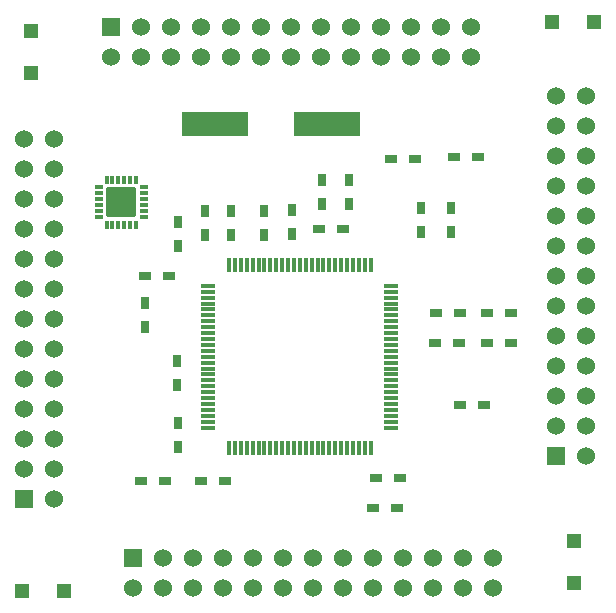
<source format=gtl>
G04*
G04 #@! TF.GenerationSoftware,Altium Limited,Altium Designer,22.7.1 (60)*
G04*
G04 Layer_Physical_Order=1*
G04 Layer_Color=255*
%FSLAX25Y25*%
%MOIN*%
G70*
G04*
G04 #@! TF.SameCoordinates,BF298F06-0039-4E40-975A-608DE0A09416*
G04*
G04*
G04 #@! TF.FilePolarity,Positive*
G04*
G01*
G75*
%ADD26R,0.22000X0.08300*%
%ADD27R,0.04724X0.01181*%
%ADD28R,0.01181X0.04724*%
G04:AMPARAMS|DCode=29|XSize=27.17mil|YSize=11.02mil|CornerRadius=1.38mil|HoleSize=0mil|Usage=FLASHONLY|Rotation=90.000|XOffset=0mil|YOffset=0mil|HoleType=Round|Shape=RoundedRectangle|*
%AMROUNDEDRECTD29*
21,1,0.02717,0.00827,0,0,90.0*
21,1,0.02441,0.01102,0,0,90.0*
1,1,0.00276,0.00413,0.01221*
1,1,0.00276,0.00413,-0.01221*
1,1,0.00276,-0.00413,-0.01221*
1,1,0.00276,-0.00413,0.01221*
%
%ADD29ROUNDEDRECTD29*%
G04:AMPARAMS|DCode=30|XSize=27.17mil|YSize=11.02mil|CornerRadius=1.38mil|HoleSize=0mil|Usage=FLASHONLY|Rotation=180.000|XOffset=0mil|YOffset=0mil|HoleType=Round|Shape=RoundedRectangle|*
%AMROUNDEDRECTD30*
21,1,0.02717,0.00827,0,0,180.0*
21,1,0.02441,0.01102,0,0,180.0*
1,1,0.00276,-0.01221,0.00413*
1,1,0.00276,0.01221,0.00413*
1,1,0.00276,0.01221,-0.00413*
1,1,0.00276,-0.01221,-0.00413*
%
%ADD30ROUNDEDRECTD30*%
G04:AMPARAMS|DCode=31|XSize=98.43mil|YSize=98.43mil|CornerRadius=2.46mil|HoleSize=0mil|Usage=FLASHONLY|Rotation=270.000|XOffset=0mil|YOffset=0mil|HoleType=Round|Shape=RoundedRectangle|*
%AMROUNDEDRECTD31*
21,1,0.09843,0.09350,0,0,270.0*
21,1,0.09350,0.09843,0,0,270.0*
1,1,0.00492,-0.04675,-0.04675*
1,1,0.00492,-0.04675,0.04675*
1,1,0.00492,0.04675,0.04675*
1,1,0.00492,0.04675,-0.04675*
%
%ADD31ROUNDEDRECTD31*%
%ADD32R,0.03937X0.03150*%
%ADD33R,0.03150X0.03937*%
%ADD34R,0.05118X0.05118*%
%ADD35R,0.05118X0.05118*%
%ADD36C,0.06000*%
%ADD37R,0.06000X0.06000*%
%ADD38R,0.06000X0.06000*%
D26*
X119200Y168500D02*
D03*
X81800D02*
D03*
D27*
X79488Y67378D02*
D03*
Y69346D02*
D03*
Y71315D02*
D03*
Y73283D02*
D03*
Y75252D02*
D03*
Y77220D02*
D03*
Y79189D02*
D03*
Y81157D02*
D03*
Y83126D02*
D03*
Y85094D02*
D03*
Y87063D02*
D03*
Y89031D02*
D03*
Y91000D02*
D03*
Y92968D02*
D03*
Y94937D02*
D03*
Y96905D02*
D03*
Y98874D02*
D03*
Y100842D02*
D03*
Y102811D02*
D03*
Y104780D02*
D03*
Y106748D02*
D03*
Y108716D02*
D03*
Y110685D02*
D03*
Y112654D02*
D03*
Y114622D02*
D03*
X140512Y69346D02*
D03*
Y71315D02*
D03*
Y73283D02*
D03*
Y75252D02*
D03*
Y77220D02*
D03*
Y79189D02*
D03*
Y81157D02*
D03*
Y83126D02*
D03*
Y85094D02*
D03*
Y87063D02*
D03*
Y89031D02*
D03*
Y91000D02*
D03*
Y92968D02*
D03*
Y94937D02*
D03*
Y96905D02*
D03*
Y98874D02*
D03*
Y100842D02*
D03*
Y102811D02*
D03*
Y104780D02*
D03*
Y106748D02*
D03*
Y108716D02*
D03*
Y110685D02*
D03*
Y112654D02*
D03*
Y114622D02*
D03*
Y67378D02*
D03*
D28*
X86378Y121512D02*
D03*
X88346D02*
D03*
X90315D02*
D03*
X92283D02*
D03*
X94252D02*
D03*
X96220D02*
D03*
X98189D02*
D03*
X100157D02*
D03*
X102126D02*
D03*
X104095D02*
D03*
X106063D02*
D03*
X108031D02*
D03*
X110000D02*
D03*
X111969D02*
D03*
X113937D02*
D03*
X115905D02*
D03*
X117874D02*
D03*
X119843D02*
D03*
X121811D02*
D03*
X123779D02*
D03*
X125748D02*
D03*
X127717D02*
D03*
X129685D02*
D03*
X131653D02*
D03*
X86378Y60488D02*
D03*
X133622D02*
D03*
X131653D02*
D03*
X129685D02*
D03*
X127717D02*
D03*
X125748D02*
D03*
X123779D02*
D03*
X121811D02*
D03*
X119843D02*
D03*
X117874D02*
D03*
X115905D02*
D03*
X113937D02*
D03*
X111969D02*
D03*
X110000D02*
D03*
X108031D02*
D03*
X106063D02*
D03*
X104095D02*
D03*
X102126D02*
D03*
X100157D02*
D03*
X98189D02*
D03*
X96220D02*
D03*
X94252D02*
D03*
X92283D02*
D03*
X90315D02*
D03*
X88346D02*
D03*
X133622Y121512D02*
D03*
D29*
X55421Y135020D02*
D03*
X53453D02*
D03*
X51484D02*
D03*
X49516D02*
D03*
X47547D02*
D03*
X45579D02*
D03*
X55421Y149980D02*
D03*
X53453D02*
D03*
X51484D02*
D03*
X49516D02*
D03*
X47547D02*
D03*
X45579D02*
D03*
D30*
X57980Y137579D02*
D03*
Y139547D02*
D03*
Y141516D02*
D03*
Y143484D02*
D03*
Y145453D02*
D03*
Y147421D02*
D03*
X43020D02*
D03*
Y145453D02*
D03*
Y143484D02*
D03*
Y141516D02*
D03*
Y139547D02*
D03*
Y137579D02*
D03*
D31*
X50500Y142500D02*
D03*
D32*
X180500Y95500D02*
D03*
X172500D02*
D03*
X155000D02*
D03*
X163000D02*
D03*
X180500Y105500D02*
D03*
X172500D02*
D03*
X155500D02*
D03*
X163500D02*
D03*
X169500Y157500D02*
D03*
X161500D02*
D03*
X140500Y157000D02*
D03*
X148500D02*
D03*
X116500Y133500D02*
D03*
X124500D02*
D03*
X171500Y75000D02*
D03*
X163500D02*
D03*
X66500Y118000D02*
D03*
X58500D02*
D03*
X57000Y49500D02*
D03*
X65000D02*
D03*
X135500Y50500D02*
D03*
X143500D02*
D03*
X142500Y40500D02*
D03*
X134500D02*
D03*
X77000Y49500D02*
D03*
X85000D02*
D03*
D33*
X160500Y132500D02*
D03*
Y140500D02*
D03*
X150500D02*
D03*
Y132500D02*
D03*
X126500Y142000D02*
D03*
Y150000D02*
D03*
X117500Y142000D02*
D03*
Y150000D02*
D03*
X107500Y132000D02*
D03*
Y140000D02*
D03*
X98000Y131500D02*
D03*
Y139500D02*
D03*
X87000D02*
D03*
Y131500D02*
D03*
X78500D02*
D03*
Y139500D02*
D03*
X69500Y128000D02*
D03*
Y136000D02*
D03*
X58500Y101000D02*
D03*
Y109000D02*
D03*
X69000Y89500D02*
D03*
Y81500D02*
D03*
X69500Y69000D02*
D03*
Y61000D02*
D03*
D34*
X31500Y13000D02*
D03*
X17500D02*
D03*
X208000Y202500D02*
D03*
X194000D02*
D03*
D35*
X20500Y199500D02*
D03*
Y185500D02*
D03*
X201500Y15500D02*
D03*
Y29500D02*
D03*
D36*
X57000Y201000D02*
D03*
X47000Y191000D02*
D03*
X57000D02*
D03*
X77000D02*
D03*
X87000D02*
D03*
X97000D02*
D03*
X107000D02*
D03*
X117000D02*
D03*
X127000D02*
D03*
X137000D02*
D03*
X147000D02*
D03*
X157000D02*
D03*
X167000D02*
D03*
X67000D02*
D03*
X77000Y201000D02*
D03*
X87000D02*
D03*
X97000D02*
D03*
X107000D02*
D03*
X117000D02*
D03*
X127000D02*
D03*
X137000D02*
D03*
X147000D02*
D03*
X157000D02*
D03*
X167000D02*
D03*
X67000D02*
D03*
X195500Y68000D02*
D03*
X205500Y58000D02*
D03*
Y68000D02*
D03*
Y88000D02*
D03*
Y98000D02*
D03*
Y108000D02*
D03*
Y118000D02*
D03*
Y128000D02*
D03*
Y138000D02*
D03*
Y148000D02*
D03*
Y158000D02*
D03*
Y168000D02*
D03*
Y178000D02*
D03*
Y78000D02*
D03*
X195500Y88000D02*
D03*
Y98000D02*
D03*
Y108000D02*
D03*
Y118000D02*
D03*
Y128000D02*
D03*
Y138000D02*
D03*
Y148000D02*
D03*
Y158000D02*
D03*
Y168000D02*
D03*
Y178000D02*
D03*
Y78000D02*
D03*
X64500Y24000D02*
D03*
X54500Y14000D02*
D03*
X64500D02*
D03*
X84500D02*
D03*
X94500D02*
D03*
X104500D02*
D03*
X114500D02*
D03*
X124500D02*
D03*
X134500D02*
D03*
X144500D02*
D03*
X154500D02*
D03*
X164500D02*
D03*
X174500D02*
D03*
X74500D02*
D03*
X84500Y24000D02*
D03*
X94500D02*
D03*
X104500D02*
D03*
X114500D02*
D03*
X124500D02*
D03*
X134500D02*
D03*
X144500D02*
D03*
X154500D02*
D03*
X164500D02*
D03*
X174500D02*
D03*
X74500D02*
D03*
X18000Y53500D02*
D03*
X28000Y43500D02*
D03*
Y53500D02*
D03*
Y73500D02*
D03*
Y83500D02*
D03*
Y93500D02*
D03*
Y103500D02*
D03*
Y113500D02*
D03*
Y123500D02*
D03*
Y133500D02*
D03*
Y143500D02*
D03*
Y153500D02*
D03*
Y163500D02*
D03*
Y63500D02*
D03*
X18000Y73500D02*
D03*
Y83500D02*
D03*
Y93500D02*
D03*
Y103500D02*
D03*
Y113500D02*
D03*
Y123500D02*
D03*
Y133500D02*
D03*
Y143500D02*
D03*
Y153500D02*
D03*
Y163500D02*
D03*
Y63500D02*
D03*
D37*
X47000Y201000D02*
D03*
X54500Y24000D02*
D03*
D38*
X195500Y58000D02*
D03*
X18000Y43500D02*
D03*
M02*

</source>
